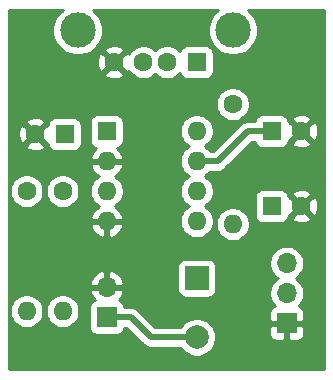
<source format=gbr>
G04 #@! TF.GenerationSoftware,KiCad,Pcbnew,(5.1.5)-3*
G04 #@! TF.CreationDate,2020-05-05T15:59:45-04:00*
G04 #@! TF.ProjectId,FullRangeSpeakerDriver,46756c6c-5261-46e6-9765-537065616b65,rev?*
G04 #@! TF.SameCoordinates,Original*
G04 #@! TF.FileFunction,Copper,L2,Bot*
G04 #@! TF.FilePolarity,Positive*
%FSLAX46Y46*%
G04 Gerber Fmt 4.6, Leading zero omitted, Abs format (unit mm)*
G04 Created by KiCad (PCBNEW (5.1.5)-3) date 2020-05-05 15:59:45*
%MOMM*%
%LPD*%
G04 APERTURE LIST*
%ADD10C,1.600000*%
%ADD11R,1.600000X1.600000*%
%ADD12C,3.000000*%
%ADD13O,1.600000X1.600000*%
%ADD14O,1.700000X1.700000*%
%ADD15R,1.700000X1.700000*%
%ADD16C,2.000000*%
%ADD17R,2.000000X2.000000*%
%ADD18C,0.500000*%
%ADD19C,0.254000*%
G04 APERTURE END LIST*
D10*
X193660000Y-60960000D03*
X196160000Y-60960000D03*
X198160000Y-60960000D03*
D11*
X200660000Y-60960000D03*
D12*
X203730000Y-58250000D03*
X190590000Y-58250000D03*
D13*
X203708000Y-74676000D03*
D10*
X203708000Y-64516000D03*
X209510000Y-73152000D03*
D11*
X207010000Y-73152000D03*
D13*
X189306200Y-82042000D03*
D10*
X189306200Y-71882000D03*
D13*
X200660000Y-66802000D03*
X193040000Y-74422000D03*
X200660000Y-69342000D03*
X193040000Y-71882000D03*
X200660000Y-71882000D03*
X193040000Y-69342000D03*
X200660000Y-74422000D03*
D11*
X193040000Y-66802000D03*
D13*
X186258200Y-82042000D03*
D10*
X186258200Y-71882000D03*
D14*
X193040000Y-80010000D03*
D15*
X193040000Y-82550000D03*
D14*
X208280000Y-77978000D03*
X208280000Y-80518000D03*
D15*
X208280000Y-83058000D03*
D10*
X186984000Y-67056000D03*
D11*
X189484000Y-67056000D03*
D10*
X209510000Y-66802000D03*
D11*
X207010000Y-66802000D03*
D16*
X200660000Y-84248000D03*
D17*
X200660000Y-79248000D03*
D18*
X196770000Y-84248000D02*
X200660000Y-84248000D01*
X193040000Y-82550000D02*
X195072000Y-82550000D01*
X195072000Y-82550000D02*
X196770000Y-84248000D01*
X204978000Y-66802000D02*
X202438000Y-69342000D01*
X207010000Y-66802000D02*
X204978000Y-66802000D01*
X202438000Y-69342000D02*
X200660000Y-69342000D01*
D19*
G36*
X189229017Y-56591637D02*
G01*
X188931637Y-56889017D01*
X188697988Y-57238698D01*
X188537047Y-57627244D01*
X188455000Y-58039721D01*
X188455000Y-58460279D01*
X188537047Y-58872756D01*
X188697988Y-59261302D01*
X188931637Y-59610983D01*
X189229017Y-59908363D01*
X189578698Y-60142012D01*
X189967244Y-60302953D01*
X190379721Y-60385000D01*
X190800279Y-60385000D01*
X191212756Y-60302953D01*
X191601302Y-60142012D01*
X191862780Y-59967298D01*
X192846903Y-59967298D01*
X193660000Y-60780395D01*
X194473097Y-59967298D01*
X194401514Y-59723329D01*
X194146004Y-59602429D01*
X193871816Y-59533700D01*
X193589488Y-59519783D01*
X193309870Y-59561213D01*
X193043708Y-59656397D01*
X192918486Y-59723329D01*
X192846903Y-59967298D01*
X191862780Y-59967298D01*
X191950983Y-59908363D01*
X192248363Y-59610983D01*
X192482012Y-59261302D01*
X192642953Y-58872756D01*
X192725000Y-58460279D01*
X192725000Y-58039721D01*
X192642953Y-57627244D01*
X192482012Y-57238698D01*
X192248363Y-56889017D01*
X191950983Y-56591637D01*
X191873703Y-56540000D01*
X202446297Y-56540000D01*
X202369017Y-56591637D01*
X202071637Y-56889017D01*
X201837988Y-57238698D01*
X201677047Y-57627244D01*
X201595000Y-58039721D01*
X201595000Y-58460279D01*
X201677047Y-58872756D01*
X201837988Y-59261302D01*
X202071637Y-59610983D01*
X202369017Y-59908363D01*
X202718698Y-60142012D01*
X203107244Y-60302953D01*
X203519721Y-60385000D01*
X203940279Y-60385000D01*
X204352756Y-60302953D01*
X204741302Y-60142012D01*
X205090983Y-59908363D01*
X205388363Y-59610983D01*
X205622012Y-59261302D01*
X205782953Y-58872756D01*
X205865000Y-58460279D01*
X205865000Y-58039721D01*
X205782953Y-57627244D01*
X205622012Y-57238698D01*
X205388363Y-56889017D01*
X205090983Y-56591637D01*
X205013703Y-56540000D01*
X211430001Y-56540000D01*
X211430000Y-86970000D01*
X184810000Y-86970000D01*
X184810000Y-81900665D01*
X184823200Y-81900665D01*
X184823200Y-82183335D01*
X184878347Y-82460574D01*
X184986520Y-82721727D01*
X185143563Y-82956759D01*
X185343441Y-83156637D01*
X185578473Y-83313680D01*
X185839626Y-83421853D01*
X186116865Y-83477000D01*
X186399535Y-83477000D01*
X186676774Y-83421853D01*
X186937927Y-83313680D01*
X187172959Y-83156637D01*
X187372837Y-82956759D01*
X187529880Y-82721727D01*
X187638053Y-82460574D01*
X187693200Y-82183335D01*
X187693200Y-81900665D01*
X187871200Y-81900665D01*
X187871200Y-82183335D01*
X187926347Y-82460574D01*
X188034520Y-82721727D01*
X188191563Y-82956759D01*
X188391441Y-83156637D01*
X188626473Y-83313680D01*
X188887626Y-83421853D01*
X189164865Y-83477000D01*
X189447535Y-83477000D01*
X189724774Y-83421853D01*
X189985927Y-83313680D01*
X190220959Y-83156637D01*
X190420837Y-82956759D01*
X190577880Y-82721727D01*
X190686053Y-82460574D01*
X190741200Y-82183335D01*
X190741200Y-81900665D01*
X190701285Y-81700000D01*
X191551928Y-81700000D01*
X191551928Y-83400000D01*
X191564188Y-83524482D01*
X191600498Y-83644180D01*
X191659463Y-83754494D01*
X191738815Y-83851185D01*
X191835506Y-83930537D01*
X191945820Y-83989502D01*
X192065518Y-84025812D01*
X192190000Y-84038072D01*
X193890000Y-84038072D01*
X194014482Y-84025812D01*
X194134180Y-83989502D01*
X194244494Y-83930537D01*
X194341185Y-83851185D01*
X194420537Y-83754494D01*
X194479502Y-83644180D01*
X194515812Y-83524482D01*
X194524625Y-83435000D01*
X194705422Y-83435000D01*
X196113470Y-84843049D01*
X196141183Y-84876817D01*
X196174951Y-84904530D01*
X196174953Y-84904532D01*
X196275941Y-84987411D01*
X196429686Y-85069589D01*
X196596510Y-85120195D01*
X196726523Y-85133000D01*
X196726531Y-85133000D01*
X196770000Y-85137281D01*
X196813469Y-85133000D01*
X199284941Y-85133000D01*
X199390013Y-85290252D01*
X199617748Y-85517987D01*
X199885537Y-85696918D01*
X200183088Y-85820168D01*
X200498967Y-85883000D01*
X200821033Y-85883000D01*
X201136912Y-85820168D01*
X201434463Y-85696918D01*
X201702252Y-85517987D01*
X201929987Y-85290252D01*
X202108918Y-85022463D01*
X202232168Y-84724912D01*
X202295000Y-84409033D01*
X202295000Y-84086967D01*
X202259402Y-83908000D01*
X206791928Y-83908000D01*
X206804188Y-84032482D01*
X206840498Y-84152180D01*
X206899463Y-84262494D01*
X206978815Y-84359185D01*
X207075506Y-84438537D01*
X207185820Y-84497502D01*
X207305518Y-84533812D01*
X207430000Y-84546072D01*
X207994250Y-84543000D01*
X208153000Y-84384250D01*
X208153000Y-83185000D01*
X208407000Y-83185000D01*
X208407000Y-84384250D01*
X208565750Y-84543000D01*
X209130000Y-84546072D01*
X209254482Y-84533812D01*
X209374180Y-84497502D01*
X209484494Y-84438537D01*
X209581185Y-84359185D01*
X209660537Y-84262494D01*
X209719502Y-84152180D01*
X209755812Y-84032482D01*
X209768072Y-83908000D01*
X209765000Y-83343750D01*
X209606250Y-83185000D01*
X208407000Y-83185000D01*
X208153000Y-83185000D01*
X206953750Y-83185000D01*
X206795000Y-83343750D01*
X206791928Y-83908000D01*
X202259402Y-83908000D01*
X202232168Y-83771088D01*
X202108918Y-83473537D01*
X201929987Y-83205748D01*
X201702252Y-82978013D01*
X201434463Y-82799082D01*
X201136912Y-82675832D01*
X200821033Y-82613000D01*
X200498967Y-82613000D01*
X200183088Y-82675832D01*
X199885537Y-82799082D01*
X199617748Y-82978013D01*
X199390013Y-83205748D01*
X199284941Y-83363000D01*
X197136579Y-83363000D01*
X195981579Y-82208000D01*
X206791928Y-82208000D01*
X206795000Y-82772250D01*
X206953750Y-82931000D01*
X208153000Y-82931000D01*
X208153000Y-82911000D01*
X208407000Y-82911000D01*
X208407000Y-82931000D01*
X209606250Y-82931000D01*
X209765000Y-82772250D01*
X209768072Y-82208000D01*
X209755812Y-82083518D01*
X209719502Y-81963820D01*
X209660537Y-81853506D01*
X209581185Y-81756815D01*
X209484494Y-81677463D01*
X209374180Y-81618498D01*
X209301620Y-81596487D01*
X209433475Y-81464632D01*
X209595990Y-81221411D01*
X209707932Y-80951158D01*
X209765000Y-80664260D01*
X209765000Y-80371740D01*
X209707932Y-80084842D01*
X209595990Y-79814589D01*
X209433475Y-79571368D01*
X209226632Y-79364525D01*
X209052240Y-79248000D01*
X209226632Y-79131475D01*
X209433475Y-78924632D01*
X209595990Y-78681411D01*
X209707932Y-78411158D01*
X209765000Y-78124260D01*
X209765000Y-77831740D01*
X209707932Y-77544842D01*
X209595990Y-77274589D01*
X209433475Y-77031368D01*
X209226632Y-76824525D01*
X208983411Y-76662010D01*
X208713158Y-76550068D01*
X208426260Y-76493000D01*
X208133740Y-76493000D01*
X207846842Y-76550068D01*
X207576589Y-76662010D01*
X207333368Y-76824525D01*
X207126525Y-77031368D01*
X206964010Y-77274589D01*
X206852068Y-77544842D01*
X206795000Y-77831740D01*
X206795000Y-78124260D01*
X206852068Y-78411158D01*
X206964010Y-78681411D01*
X207126525Y-78924632D01*
X207333368Y-79131475D01*
X207507760Y-79248000D01*
X207333368Y-79364525D01*
X207126525Y-79571368D01*
X206964010Y-79814589D01*
X206852068Y-80084842D01*
X206795000Y-80371740D01*
X206795000Y-80664260D01*
X206852068Y-80951158D01*
X206964010Y-81221411D01*
X207126525Y-81464632D01*
X207258380Y-81596487D01*
X207185820Y-81618498D01*
X207075506Y-81677463D01*
X206978815Y-81756815D01*
X206899463Y-81853506D01*
X206840498Y-81963820D01*
X206804188Y-82083518D01*
X206791928Y-82208000D01*
X195981579Y-82208000D01*
X195728534Y-81954956D01*
X195700817Y-81921183D01*
X195566059Y-81810589D01*
X195412313Y-81728411D01*
X195245490Y-81677805D01*
X195115477Y-81665000D01*
X195115469Y-81665000D01*
X195072000Y-81660719D01*
X195028531Y-81665000D01*
X194524625Y-81665000D01*
X194515812Y-81575518D01*
X194479502Y-81455820D01*
X194420537Y-81345506D01*
X194341185Y-81248815D01*
X194244494Y-81169463D01*
X194134180Y-81110498D01*
X194053534Y-81086034D01*
X194137588Y-81010269D01*
X194311641Y-80776920D01*
X194436825Y-80514099D01*
X194481476Y-80366890D01*
X194360155Y-80137000D01*
X193167000Y-80137000D01*
X193167000Y-80157000D01*
X192913000Y-80157000D01*
X192913000Y-80137000D01*
X191719845Y-80137000D01*
X191598524Y-80366890D01*
X191643175Y-80514099D01*
X191768359Y-80776920D01*
X191942412Y-81010269D01*
X192026466Y-81086034D01*
X191945820Y-81110498D01*
X191835506Y-81169463D01*
X191738815Y-81248815D01*
X191659463Y-81345506D01*
X191600498Y-81455820D01*
X191564188Y-81575518D01*
X191551928Y-81700000D01*
X190701285Y-81700000D01*
X190686053Y-81623426D01*
X190577880Y-81362273D01*
X190420837Y-81127241D01*
X190220959Y-80927363D01*
X189985927Y-80770320D01*
X189724774Y-80662147D01*
X189447535Y-80607000D01*
X189164865Y-80607000D01*
X188887626Y-80662147D01*
X188626473Y-80770320D01*
X188391441Y-80927363D01*
X188191563Y-81127241D01*
X188034520Y-81362273D01*
X187926347Y-81623426D01*
X187871200Y-81900665D01*
X187693200Y-81900665D01*
X187638053Y-81623426D01*
X187529880Y-81362273D01*
X187372837Y-81127241D01*
X187172959Y-80927363D01*
X186937927Y-80770320D01*
X186676774Y-80662147D01*
X186399535Y-80607000D01*
X186116865Y-80607000D01*
X185839626Y-80662147D01*
X185578473Y-80770320D01*
X185343441Y-80927363D01*
X185143563Y-81127241D01*
X184986520Y-81362273D01*
X184878347Y-81623426D01*
X184823200Y-81900665D01*
X184810000Y-81900665D01*
X184810000Y-79653110D01*
X191598524Y-79653110D01*
X191719845Y-79883000D01*
X192913000Y-79883000D01*
X192913000Y-78689186D01*
X193167000Y-78689186D01*
X193167000Y-79883000D01*
X194360155Y-79883000D01*
X194481476Y-79653110D01*
X194436825Y-79505901D01*
X194311641Y-79243080D01*
X194137588Y-79009731D01*
X193921355Y-78814822D01*
X193671252Y-78665843D01*
X193396891Y-78568519D01*
X193167000Y-78689186D01*
X192913000Y-78689186D01*
X192683109Y-78568519D01*
X192408748Y-78665843D01*
X192158645Y-78814822D01*
X191942412Y-79009731D01*
X191768359Y-79243080D01*
X191643175Y-79505901D01*
X191598524Y-79653110D01*
X184810000Y-79653110D01*
X184810000Y-78248000D01*
X199021928Y-78248000D01*
X199021928Y-80248000D01*
X199034188Y-80372482D01*
X199070498Y-80492180D01*
X199129463Y-80602494D01*
X199208815Y-80699185D01*
X199305506Y-80778537D01*
X199415820Y-80837502D01*
X199535518Y-80873812D01*
X199660000Y-80886072D01*
X201660000Y-80886072D01*
X201784482Y-80873812D01*
X201904180Y-80837502D01*
X202014494Y-80778537D01*
X202111185Y-80699185D01*
X202190537Y-80602494D01*
X202249502Y-80492180D01*
X202285812Y-80372482D01*
X202298072Y-80248000D01*
X202298072Y-78248000D01*
X202285812Y-78123518D01*
X202249502Y-78003820D01*
X202190537Y-77893506D01*
X202111185Y-77796815D01*
X202014494Y-77717463D01*
X201904180Y-77658498D01*
X201784482Y-77622188D01*
X201660000Y-77609928D01*
X199660000Y-77609928D01*
X199535518Y-77622188D01*
X199415820Y-77658498D01*
X199305506Y-77717463D01*
X199208815Y-77796815D01*
X199129463Y-77893506D01*
X199070498Y-78003820D01*
X199034188Y-78123518D01*
X199021928Y-78248000D01*
X184810000Y-78248000D01*
X184810000Y-74771039D01*
X191648096Y-74771039D01*
X191688754Y-74905087D01*
X191808963Y-75159420D01*
X191976481Y-75385414D01*
X192184869Y-75574385D01*
X192426119Y-75719070D01*
X192690960Y-75813909D01*
X192913000Y-75692624D01*
X192913000Y-74549000D01*
X193167000Y-74549000D01*
X193167000Y-75692624D01*
X193389040Y-75813909D01*
X193653881Y-75719070D01*
X193895131Y-75574385D01*
X194103519Y-75385414D01*
X194271037Y-75159420D01*
X194391246Y-74905087D01*
X194431904Y-74771039D01*
X194309915Y-74549000D01*
X193167000Y-74549000D01*
X192913000Y-74549000D01*
X191770085Y-74549000D01*
X191648096Y-74771039D01*
X184810000Y-74771039D01*
X184810000Y-71740665D01*
X184823200Y-71740665D01*
X184823200Y-72023335D01*
X184878347Y-72300574D01*
X184986520Y-72561727D01*
X185143563Y-72796759D01*
X185343441Y-72996637D01*
X185578473Y-73153680D01*
X185839626Y-73261853D01*
X186116865Y-73317000D01*
X186399535Y-73317000D01*
X186676774Y-73261853D01*
X186937927Y-73153680D01*
X187172959Y-72996637D01*
X187372837Y-72796759D01*
X187529880Y-72561727D01*
X187638053Y-72300574D01*
X187693200Y-72023335D01*
X187693200Y-71740665D01*
X187871200Y-71740665D01*
X187871200Y-72023335D01*
X187926347Y-72300574D01*
X188034520Y-72561727D01*
X188191563Y-72796759D01*
X188391441Y-72996637D01*
X188626473Y-73153680D01*
X188887626Y-73261853D01*
X189164865Y-73317000D01*
X189447535Y-73317000D01*
X189724774Y-73261853D01*
X189985927Y-73153680D01*
X190220959Y-72996637D01*
X190420837Y-72796759D01*
X190577880Y-72561727D01*
X190686053Y-72300574D01*
X190741200Y-72023335D01*
X190741200Y-71740665D01*
X191605000Y-71740665D01*
X191605000Y-72023335D01*
X191660147Y-72300574D01*
X191768320Y-72561727D01*
X191925363Y-72796759D01*
X192125241Y-72996637D01*
X192360273Y-73153680D01*
X192370865Y-73158067D01*
X192184869Y-73269615D01*
X191976481Y-73458586D01*
X191808963Y-73684580D01*
X191688754Y-73938913D01*
X191648096Y-74072961D01*
X191770085Y-74295000D01*
X192913000Y-74295000D01*
X192913000Y-74275000D01*
X193167000Y-74275000D01*
X193167000Y-74295000D01*
X194309915Y-74295000D01*
X194431904Y-74072961D01*
X194391246Y-73938913D01*
X194271037Y-73684580D01*
X194103519Y-73458586D01*
X193895131Y-73269615D01*
X193709135Y-73158067D01*
X193719727Y-73153680D01*
X193954759Y-72996637D01*
X194154637Y-72796759D01*
X194311680Y-72561727D01*
X194419853Y-72300574D01*
X194475000Y-72023335D01*
X194475000Y-71740665D01*
X194419853Y-71463426D01*
X194311680Y-71202273D01*
X194154637Y-70967241D01*
X193954759Y-70767363D01*
X193719727Y-70610320D01*
X193709135Y-70605933D01*
X193895131Y-70494385D01*
X194103519Y-70305414D01*
X194271037Y-70079420D01*
X194391246Y-69825087D01*
X194431904Y-69691039D01*
X194309915Y-69469000D01*
X193167000Y-69469000D01*
X193167000Y-69489000D01*
X192913000Y-69489000D01*
X192913000Y-69469000D01*
X191770085Y-69469000D01*
X191648096Y-69691039D01*
X191688754Y-69825087D01*
X191808963Y-70079420D01*
X191976481Y-70305414D01*
X192184869Y-70494385D01*
X192370865Y-70605933D01*
X192360273Y-70610320D01*
X192125241Y-70767363D01*
X191925363Y-70967241D01*
X191768320Y-71202273D01*
X191660147Y-71463426D01*
X191605000Y-71740665D01*
X190741200Y-71740665D01*
X190686053Y-71463426D01*
X190577880Y-71202273D01*
X190420837Y-70967241D01*
X190220959Y-70767363D01*
X189985927Y-70610320D01*
X189724774Y-70502147D01*
X189447535Y-70447000D01*
X189164865Y-70447000D01*
X188887626Y-70502147D01*
X188626473Y-70610320D01*
X188391441Y-70767363D01*
X188191563Y-70967241D01*
X188034520Y-71202273D01*
X187926347Y-71463426D01*
X187871200Y-71740665D01*
X187693200Y-71740665D01*
X187638053Y-71463426D01*
X187529880Y-71202273D01*
X187372837Y-70967241D01*
X187172959Y-70767363D01*
X186937927Y-70610320D01*
X186676774Y-70502147D01*
X186399535Y-70447000D01*
X186116865Y-70447000D01*
X185839626Y-70502147D01*
X185578473Y-70610320D01*
X185343441Y-70767363D01*
X185143563Y-70967241D01*
X184986520Y-71202273D01*
X184878347Y-71463426D01*
X184823200Y-71740665D01*
X184810000Y-71740665D01*
X184810000Y-68048702D01*
X186170903Y-68048702D01*
X186242486Y-68292671D01*
X186497996Y-68413571D01*
X186772184Y-68482300D01*
X187054512Y-68496217D01*
X187334130Y-68454787D01*
X187600292Y-68359603D01*
X187725514Y-68292671D01*
X187797097Y-68048702D01*
X186984000Y-67235605D01*
X186170903Y-68048702D01*
X184810000Y-68048702D01*
X184810000Y-67126512D01*
X185543783Y-67126512D01*
X185585213Y-67406130D01*
X185680397Y-67672292D01*
X185747329Y-67797514D01*
X185991298Y-67869097D01*
X186804395Y-67056000D01*
X187163605Y-67056000D01*
X187976702Y-67869097D01*
X188045928Y-67848785D01*
X188045928Y-67856000D01*
X188058188Y-67980482D01*
X188094498Y-68100180D01*
X188153463Y-68210494D01*
X188232815Y-68307185D01*
X188329506Y-68386537D01*
X188439820Y-68445502D01*
X188559518Y-68481812D01*
X188684000Y-68494072D01*
X190284000Y-68494072D01*
X190408482Y-68481812D01*
X190528180Y-68445502D01*
X190638494Y-68386537D01*
X190735185Y-68307185D01*
X190814537Y-68210494D01*
X190873502Y-68100180D01*
X190909812Y-67980482D01*
X190922072Y-67856000D01*
X190922072Y-66256000D01*
X190909812Y-66131518D01*
X190873502Y-66011820D01*
X190868254Y-66002000D01*
X191601928Y-66002000D01*
X191601928Y-67602000D01*
X191614188Y-67726482D01*
X191650498Y-67846180D01*
X191709463Y-67956494D01*
X191788815Y-68053185D01*
X191885506Y-68132537D01*
X191995820Y-68191502D01*
X192115518Y-68227812D01*
X192140080Y-68230231D01*
X191976481Y-68378586D01*
X191808963Y-68604580D01*
X191688754Y-68858913D01*
X191648096Y-68992961D01*
X191770085Y-69215000D01*
X192913000Y-69215000D01*
X192913000Y-69195000D01*
X193167000Y-69195000D01*
X193167000Y-69215000D01*
X194309915Y-69215000D01*
X194431904Y-68992961D01*
X194391246Y-68858913D01*
X194271037Y-68604580D01*
X194103519Y-68378586D01*
X193939920Y-68230231D01*
X193964482Y-68227812D01*
X194084180Y-68191502D01*
X194194494Y-68132537D01*
X194291185Y-68053185D01*
X194370537Y-67956494D01*
X194429502Y-67846180D01*
X194465812Y-67726482D01*
X194478072Y-67602000D01*
X194478072Y-66660665D01*
X199225000Y-66660665D01*
X199225000Y-66943335D01*
X199280147Y-67220574D01*
X199388320Y-67481727D01*
X199545363Y-67716759D01*
X199745241Y-67916637D01*
X199977759Y-68072000D01*
X199745241Y-68227363D01*
X199545363Y-68427241D01*
X199388320Y-68662273D01*
X199280147Y-68923426D01*
X199225000Y-69200665D01*
X199225000Y-69483335D01*
X199280147Y-69760574D01*
X199388320Y-70021727D01*
X199545363Y-70256759D01*
X199745241Y-70456637D01*
X199977759Y-70612000D01*
X199745241Y-70767363D01*
X199545363Y-70967241D01*
X199388320Y-71202273D01*
X199280147Y-71463426D01*
X199225000Y-71740665D01*
X199225000Y-72023335D01*
X199280147Y-72300574D01*
X199388320Y-72561727D01*
X199545363Y-72796759D01*
X199745241Y-72996637D01*
X199977759Y-73152000D01*
X199745241Y-73307363D01*
X199545363Y-73507241D01*
X199388320Y-73742273D01*
X199280147Y-74003426D01*
X199225000Y-74280665D01*
X199225000Y-74563335D01*
X199280147Y-74840574D01*
X199388320Y-75101727D01*
X199545363Y-75336759D01*
X199745241Y-75536637D01*
X199980273Y-75693680D01*
X200241426Y-75801853D01*
X200518665Y-75857000D01*
X200801335Y-75857000D01*
X201078574Y-75801853D01*
X201339727Y-75693680D01*
X201574759Y-75536637D01*
X201774637Y-75336759D01*
X201931680Y-75101727D01*
X202039853Y-74840574D01*
X202095000Y-74563335D01*
X202095000Y-74534665D01*
X202273000Y-74534665D01*
X202273000Y-74817335D01*
X202328147Y-75094574D01*
X202436320Y-75355727D01*
X202593363Y-75590759D01*
X202793241Y-75790637D01*
X203028273Y-75947680D01*
X203289426Y-76055853D01*
X203566665Y-76111000D01*
X203849335Y-76111000D01*
X204126574Y-76055853D01*
X204387727Y-75947680D01*
X204622759Y-75790637D01*
X204822637Y-75590759D01*
X204979680Y-75355727D01*
X205087853Y-75094574D01*
X205143000Y-74817335D01*
X205143000Y-74534665D01*
X205087853Y-74257426D01*
X204979680Y-73996273D01*
X204822637Y-73761241D01*
X204622759Y-73561363D01*
X204387727Y-73404320D01*
X204126574Y-73296147D01*
X203849335Y-73241000D01*
X203566665Y-73241000D01*
X203289426Y-73296147D01*
X203028273Y-73404320D01*
X202793241Y-73561363D01*
X202593363Y-73761241D01*
X202436320Y-73996273D01*
X202328147Y-74257426D01*
X202273000Y-74534665D01*
X202095000Y-74534665D01*
X202095000Y-74280665D01*
X202039853Y-74003426D01*
X201931680Y-73742273D01*
X201774637Y-73507241D01*
X201574759Y-73307363D01*
X201342241Y-73152000D01*
X201574759Y-72996637D01*
X201774637Y-72796759D01*
X201931680Y-72561727D01*
X202018551Y-72352000D01*
X205571928Y-72352000D01*
X205571928Y-73952000D01*
X205584188Y-74076482D01*
X205620498Y-74196180D01*
X205679463Y-74306494D01*
X205758815Y-74403185D01*
X205855506Y-74482537D01*
X205965820Y-74541502D01*
X206085518Y-74577812D01*
X206210000Y-74590072D01*
X207810000Y-74590072D01*
X207934482Y-74577812D01*
X208054180Y-74541502D01*
X208164494Y-74482537D01*
X208261185Y-74403185D01*
X208340537Y-74306494D01*
X208399502Y-74196180D01*
X208415117Y-74144702D01*
X208696903Y-74144702D01*
X208768486Y-74388671D01*
X209023996Y-74509571D01*
X209298184Y-74578300D01*
X209580512Y-74592217D01*
X209860130Y-74550787D01*
X210126292Y-74455603D01*
X210251514Y-74388671D01*
X210323097Y-74144702D01*
X209510000Y-73331605D01*
X208696903Y-74144702D01*
X208415117Y-74144702D01*
X208435812Y-74076482D01*
X208448072Y-73952000D01*
X208448072Y-73944785D01*
X208517298Y-73965097D01*
X209330395Y-73152000D01*
X209689605Y-73152000D01*
X210502702Y-73965097D01*
X210746671Y-73893514D01*
X210867571Y-73638004D01*
X210936300Y-73363816D01*
X210950217Y-73081488D01*
X210908787Y-72801870D01*
X210813603Y-72535708D01*
X210746671Y-72410486D01*
X210502702Y-72338903D01*
X209689605Y-73152000D01*
X209330395Y-73152000D01*
X208517298Y-72338903D01*
X208448072Y-72359215D01*
X208448072Y-72352000D01*
X208435812Y-72227518D01*
X208415118Y-72159298D01*
X208696903Y-72159298D01*
X209510000Y-72972395D01*
X210323097Y-72159298D01*
X210251514Y-71915329D01*
X209996004Y-71794429D01*
X209721816Y-71725700D01*
X209439488Y-71711783D01*
X209159870Y-71753213D01*
X208893708Y-71848397D01*
X208768486Y-71915329D01*
X208696903Y-72159298D01*
X208415118Y-72159298D01*
X208399502Y-72107820D01*
X208340537Y-71997506D01*
X208261185Y-71900815D01*
X208164494Y-71821463D01*
X208054180Y-71762498D01*
X207934482Y-71726188D01*
X207810000Y-71713928D01*
X206210000Y-71713928D01*
X206085518Y-71726188D01*
X205965820Y-71762498D01*
X205855506Y-71821463D01*
X205758815Y-71900815D01*
X205679463Y-71997506D01*
X205620498Y-72107820D01*
X205584188Y-72227518D01*
X205571928Y-72352000D01*
X202018551Y-72352000D01*
X202039853Y-72300574D01*
X202095000Y-72023335D01*
X202095000Y-71740665D01*
X202039853Y-71463426D01*
X201931680Y-71202273D01*
X201774637Y-70967241D01*
X201574759Y-70767363D01*
X201342241Y-70612000D01*
X201574759Y-70456637D01*
X201774637Y-70256759D01*
X201794521Y-70227000D01*
X202394531Y-70227000D01*
X202438000Y-70231281D01*
X202481469Y-70227000D01*
X202481477Y-70227000D01*
X202611490Y-70214195D01*
X202778313Y-70163589D01*
X202932059Y-70081411D01*
X203066817Y-69970817D01*
X203094534Y-69937044D01*
X205344579Y-67687000D01*
X205580299Y-67687000D01*
X205584188Y-67726482D01*
X205620498Y-67846180D01*
X205679463Y-67956494D01*
X205758815Y-68053185D01*
X205855506Y-68132537D01*
X205965820Y-68191502D01*
X206085518Y-68227812D01*
X206210000Y-68240072D01*
X207810000Y-68240072D01*
X207934482Y-68227812D01*
X208054180Y-68191502D01*
X208164494Y-68132537D01*
X208261185Y-68053185D01*
X208340537Y-67956494D01*
X208399502Y-67846180D01*
X208415117Y-67794702D01*
X208696903Y-67794702D01*
X208768486Y-68038671D01*
X209023996Y-68159571D01*
X209298184Y-68228300D01*
X209580512Y-68242217D01*
X209860130Y-68200787D01*
X210126292Y-68105603D01*
X210251514Y-68038671D01*
X210323097Y-67794702D01*
X209510000Y-66981605D01*
X208696903Y-67794702D01*
X208415117Y-67794702D01*
X208435812Y-67726482D01*
X208448072Y-67602000D01*
X208448072Y-67594785D01*
X208517298Y-67615097D01*
X209330395Y-66802000D01*
X209689605Y-66802000D01*
X210502702Y-67615097D01*
X210746671Y-67543514D01*
X210867571Y-67288004D01*
X210936300Y-67013816D01*
X210950217Y-66731488D01*
X210908787Y-66451870D01*
X210813603Y-66185708D01*
X210746671Y-66060486D01*
X210502702Y-65988903D01*
X209689605Y-66802000D01*
X209330395Y-66802000D01*
X208517298Y-65988903D01*
X208448072Y-66009215D01*
X208448072Y-66002000D01*
X208435812Y-65877518D01*
X208415118Y-65809298D01*
X208696903Y-65809298D01*
X209510000Y-66622395D01*
X210323097Y-65809298D01*
X210251514Y-65565329D01*
X209996004Y-65444429D01*
X209721816Y-65375700D01*
X209439488Y-65361783D01*
X209159870Y-65403213D01*
X208893708Y-65498397D01*
X208768486Y-65565329D01*
X208696903Y-65809298D01*
X208415118Y-65809298D01*
X208399502Y-65757820D01*
X208340537Y-65647506D01*
X208261185Y-65550815D01*
X208164494Y-65471463D01*
X208054180Y-65412498D01*
X207934482Y-65376188D01*
X207810000Y-65363928D01*
X206210000Y-65363928D01*
X206085518Y-65376188D01*
X205965820Y-65412498D01*
X205855506Y-65471463D01*
X205758815Y-65550815D01*
X205679463Y-65647506D01*
X205620498Y-65757820D01*
X205584188Y-65877518D01*
X205580299Y-65917000D01*
X205021465Y-65917000D01*
X204977999Y-65912719D01*
X204934533Y-65917000D01*
X204934523Y-65917000D01*
X204804510Y-65929805D01*
X204637687Y-65980411D01*
X204483941Y-66062589D01*
X204483939Y-66062590D01*
X204483940Y-66062590D01*
X204382953Y-66145468D01*
X204382951Y-66145470D01*
X204349183Y-66173183D01*
X204321470Y-66206951D01*
X202071422Y-68457000D01*
X201794521Y-68457000D01*
X201774637Y-68427241D01*
X201574759Y-68227363D01*
X201342241Y-68072000D01*
X201574759Y-67916637D01*
X201774637Y-67716759D01*
X201931680Y-67481727D01*
X202039853Y-67220574D01*
X202095000Y-66943335D01*
X202095000Y-66660665D01*
X202039853Y-66383426D01*
X201931680Y-66122273D01*
X201774637Y-65887241D01*
X201574759Y-65687363D01*
X201339727Y-65530320D01*
X201078574Y-65422147D01*
X200801335Y-65367000D01*
X200518665Y-65367000D01*
X200241426Y-65422147D01*
X199980273Y-65530320D01*
X199745241Y-65687363D01*
X199545363Y-65887241D01*
X199388320Y-66122273D01*
X199280147Y-66383426D01*
X199225000Y-66660665D01*
X194478072Y-66660665D01*
X194478072Y-66002000D01*
X194465812Y-65877518D01*
X194429502Y-65757820D01*
X194370537Y-65647506D01*
X194291185Y-65550815D01*
X194194494Y-65471463D01*
X194084180Y-65412498D01*
X193964482Y-65376188D01*
X193840000Y-65363928D01*
X192240000Y-65363928D01*
X192115518Y-65376188D01*
X191995820Y-65412498D01*
X191885506Y-65471463D01*
X191788815Y-65550815D01*
X191709463Y-65647506D01*
X191650498Y-65757820D01*
X191614188Y-65877518D01*
X191601928Y-66002000D01*
X190868254Y-66002000D01*
X190814537Y-65901506D01*
X190735185Y-65804815D01*
X190638494Y-65725463D01*
X190528180Y-65666498D01*
X190408482Y-65630188D01*
X190284000Y-65617928D01*
X188684000Y-65617928D01*
X188559518Y-65630188D01*
X188439820Y-65666498D01*
X188329506Y-65725463D01*
X188232815Y-65804815D01*
X188153463Y-65901506D01*
X188094498Y-66011820D01*
X188058188Y-66131518D01*
X188045928Y-66256000D01*
X188045928Y-66263215D01*
X187976702Y-66242903D01*
X187163605Y-67056000D01*
X186804395Y-67056000D01*
X185991298Y-66242903D01*
X185747329Y-66314486D01*
X185626429Y-66569996D01*
X185557700Y-66844184D01*
X185543783Y-67126512D01*
X184810000Y-67126512D01*
X184810000Y-66063298D01*
X186170903Y-66063298D01*
X186984000Y-66876395D01*
X187797097Y-66063298D01*
X187725514Y-65819329D01*
X187470004Y-65698429D01*
X187195816Y-65629700D01*
X186913488Y-65615783D01*
X186633870Y-65657213D01*
X186367708Y-65752397D01*
X186242486Y-65819329D01*
X186170903Y-66063298D01*
X184810000Y-66063298D01*
X184810000Y-64374665D01*
X202273000Y-64374665D01*
X202273000Y-64657335D01*
X202328147Y-64934574D01*
X202436320Y-65195727D01*
X202593363Y-65430759D01*
X202793241Y-65630637D01*
X203028273Y-65787680D01*
X203289426Y-65895853D01*
X203566665Y-65951000D01*
X203849335Y-65951000D01*
X204126574Y-65895853D01*
X204387727Y-65787680D01*
X204622759Y-65630637D01*
X204822637Y-65430759D01*
X204979680Y-65195727D01*
X205087853Y-64934574D01*
X205143000Y-64657335D01*
X205143000Y-64374665D01*
X205087853Y-64097426D01*
X204979680Y-63836273D01*
X204822637Y-63601241D01*
X204622759Y-63401363D01*
X204387727Y-63244320D01*
X204126574Y-63136147D01*
X203849335Y-63081000D01*
X203566665Y-63081000D01*
X203289426Y-63136147D01*
X203028273Y-63244320D01*
X202793241Y-63401363D01*
X202593363Y-63601241D01*
X202436320Y-63836273D01*
X202328147Y-64097426D01*
X202273000Y-64374665D01*
X184810000Y-64374665D01*
X184810000Y-61952702D01*
X192846903Y-61952702D01*
X192918486Y-62196671D01*
X193173996Y-62317571D01*
X193448184Y-62386300D01*
X193730512Y-62400217D01*
X194010130Y-62358787D01*
X194276292Y-62263603D01*
X194401514Y-62196671D01*
X194473097Y-61952702D01*
X193660000Y-61139605D01*
X192846903Y-61952702D01*
X184810000Y-61952702D01*
X184810000Y-61030512D01*
X192219783Y-61030512D01*
X192261213Y-61310130D01*
X192356397Y-61576292D01*
X192423329Y-61701514D01*
X192667298Y-61773097D01*
X193480395Y-60960000D01*
X193839605Y-60960000D01*
X194652702Y-61773097D01*
X194896671Y-61701514D01*
X194910324Y-61672659D01*
X195045363Y-61874759D01*
X195245241Y-62074637D01*
X195480273Y-62231680D01*
X195741426Y-62339853D01*
X196018665Y-62395000D01*
X196301335Y-62395000D01*
X196578574Y-62339853D01*
X196839727Y-62231680D01*
X197074759Y-62074637D01*
X197160000Y-61989396D01*
X197245241Y-62074637D01*
X197480273Y-62231680D01*
X197741426Y-62339853D01*
X198018665Y-62395000D01*
X198301335Y-62395000D01*
X198578574Y-62339853D01*
X198839727Y-62231680D01*
X199074759Y-62074637D01*
X199241339Y-61908057D01*
X199270498Y-62004180D01*
X199329463Y-62114494D01*
X199408815Y-62211185D01*
X199505506Y-62290537D01*
X199615820Y-62349502D01*
X199735518Y-62385812D01*
X199860000Y-62398072D01*
X201460000Y-62398072D01*
X201584482Y-62385812D01*
X201704180Y-62349502D01*
X201814494Y-62290537D01*
X201911185Y-62211185D01*
X201990537Y-62114494D01*
X202049502Y-62004180D01*
X202085812Y-61884482D01*
X202098072Y-61760000D01*
X202098072Y-60160000D01*
X202085812Y-60035518D01*
X202049502Y-59915820D01*
X201990537Y-59805506D01*
X201911185Y-59708815D01*
X201814494Y-59629463D01*
X201704180Y-59570498D01*
X201584482Y-59534188D01*
X201460000Y-59521928D01*
X199860000Y-59521928D01*
X199735518Y-59534188D01*
X199615820Y-59570498D01*
X199505506Y-59629463D01*
X199408815Y-59708815D01*
X199329463Y-59805506D01*
X199270498Y-59915820D01*
X199241339Y-60011943D01*
X199074759Y-59845363D01*
X198839727Y-59688320D01*
X198578574Y-59580147D01*
X198301335Y-59525000D01*
X198018665Y-59525000D01*
X197741426Y-59580147D01*
X197480273Y-59688320D01*
X197245241Y-59845363D01*
X197160000Y-59930604D01*
X197074759Y-59845363D01*
X196839727Y-59688320D01*
X196578574Y-59580147D01*
X196301335Y-59525000D01*
X196018665Y-59525000D01*
X195741426Y-59580147D01*
X195480273Y-59688320D01*
X195245241Y-59845363D01*
X195045363Y-60045241D01*
X194911308Y-60245869D01*
X194896671Y-60218486D01*
X194652702Y-60146903D01*
X193839605Y-60960000D01*
X193480395Y-60960000D01*
X192667298Y-60146903D01*
X192423329Y-60218486D01*
X192302429Y-60473996D01*
X192233700Y-60748184D01*
X192219783Y-61030512D01*
X184810000Y-61030512D01*
X184810000Y-56540000D01*
X189306297Y-56540000D01*
X189229017Y-56591637D01*
G37*
X189229017Y-56591637D02*
X188931637Y-56889017D01*
X188697988Y-57238698D01*
X188537047Y-57627244D01*
X188455000Y-58039721D01*
X188455000Y-58460279D01*
X188537047Y-58872756D01*
X188697988Y-59261302D01*
X188931637Y-59610983D01*
X189229017Y-59908363D01*
X189578698Y-60142012D01*
X189967244Y-60302953D01*
X190379721Y-60385000D01*
X190800279Y-60385000D01*
X191212756Y-60302953D01*
X191601302Y-60142012D01*
X191862780Y-59967298D01*
X192846903Y-59967298D01*
X193660000Y-60780395D01*
X194473097Y-59967298D01*
X194401514Y-59723329D01*
X194146004Y-59602429D01*
X193871816Y-59533700D01*
X193589488Y-59519783D01*
X193309870Y-59561213D01*
X193043708Y-59656397D01*
X192918486Y-59723329D01*
X192846903Y-59967298D01*
X191862780Y-59967298D01*
X191950983Y-59908363D01*
X192248363Y-59610983D01*
X192482012Y-59261302D01*
X192642953Y-58872756D01*
X192725000Y-58460279D01*
X192725000Y-58039721D01*
X192642953Y-57627244D01*
X192482012Y-57238698D01*
X192248363Y-56889017D01*
X191950983Y-56591637D01*
X191873703Y-56540000D01*
X202446297Y-56540000D01*
X202369017Y-56591637D01*
X202071637Y-56889017D01*
X201837988Y-57238698D01*
X201677047Y-57627244D01*
X201595000Y-58039721D01*
X201595000Y-58460279D01*
X201677047Y-58872756D01*
X201837988Y-59261302D01*
X202071637Y-59610983D01*
X202369017Y-59908363D01*
X202718698Y-60142012D01*
X203107244Y-60302953D01*
X203519721Y-60385000D01*
X203940279Y-60385000D01*
X204352756Y-60302953D01*
X204741302Y-60142012D01*
X205090983Y-59908363D01*
X205388363Y-59610983D01*
X205622012Y-59261302D01*
X205782953Y-58872756D01*
X205865000Y-58460279D01*
X205865000Y-58039721D01*
X205782953Y-57627244D01*
X205622012Y-57238698D01*
X205388363Y-56889017D01*
X205090983Y-56591637D01*
X205013703Y-56540000D01*
X211430001Y-56540000D01*
X211430000Y-86970000D01*
X184810000Y-86970000D01*
X184810000Y-81900665D01*
X184823200Y-81900665D01*
X184823200Y-82183335D01*
X184878347Y-82460574D01*
X184986520Y-82721727D01*
X185143563Y-82956759D01*
X185343441Y-83156637D01*
X185578473Y-83313680D01*
X185839626Y-83421853D01*
X186116865Y-83477000D01*
X186399535Y-83477000D01*
X186676774Y-83421853D01*
X186937927Y-83313680D01*
X187172959Y-83156637D01*
X187372837Y-82956759D01*
X187529880Y-82721727D01*
X187638053Y-82460574D01*
X187693200Y-82183335D01*
X187693200Y-81900665D01*
X187871200Y-81900665D01*
X187871200Y-82183335D01*
X187926347Y-82460574D01*
X188034520Y-82721727D01*
X188191563Y-82956759D01*
X188391441Y-83156637D01*
X188626473Y-83313680D01*
X188887626Y-83421853D01*
X189164865Y-83477000D01*
X189447535Y-83477000D01*
X189724774Y-83421853D01*
X189985927Y-83313680D01*
X190220959Y-83156637D01*
X190420837Y-82956759D01*
X190577880Y-82721727D01*
X190686053Y-82460574D01*
X190741200Y-82183335D01*
X190741200Y-81900665D01*
X190701285Y-81700000D01*
X191551928Y-81700000D01*
X191551928Y-83400000D01*
X191564188Y-83524482D01*
X191600498Y-83644180D01*
X191659463Y-83754494D01*
X191738815Y-83851185D01*
X191835506Y-83930537D01*
X191945820Y-83989502D01*
X192065518Y-84025812D01*
X192190000Y-84038072D01*
X193890000Y-84038072D01*
X194014482Y-84025812D01*
X194134180Y-83989502D01*
X194244494Y-83930537D01*
X194341185Y-83851185D01*
X194420537Y-83754494D01*
X194479502Y-83644180D01*
X194515812Y-83524482D01*
X194524625Y-83435000D01*
X194705422Y-83435000D01*
X196113470Y-84843049D01*
X196141183Y-84876817D01*
X196174951Y-84904530D01*
X196174953Y-84904532D01*
X196275941Y-84987411D01*
X196429686Y-85069589D01*
X196596510Y-85120195D01*
X196726523Y-85133000D01*
X196726531Y-85133000D01*
X196770000Y-85137281D01*
X196813469Y-85133000D01*
X199284941Y-85133000D01*
X199390013Y-85290252D01*
X199617748Y-85517987D01*
X199885537Y-85696918D01*
X200183088Y-85820168D01*
X200498967Y-85883000D01*
X200821033Y-85883000D01*
X201136912Y-85820168D01*
X201434463Y-85696918D01*
X201702252Y-85517987D01*
X201929987Y-85290252D01*
X202108918Y-85022463D01*
X202232168Y-84724912D01*
X202295000Y-84409033D01*
X202295000Y-84086967D01*
X202259402Y-83908000D01*
X206791928Y-83908000D01*
X206804188Y-84032482D01*
X206840498Y-84152180D01*
X206899463Y-84262494D01*
X206978815Y-84359185D01*
X207075506Y-84438537D01*
X207185820Y-84497502D01*
X207305518Y-84533812D01*
X207430000Y-84546072D01*
X207994250Y-84543000D01*
X208153000Y-84384250D01*
X208153000Y-83185000D01*
X208407000Y-83185000D01*
X208407000Y-84384250D01*
X208565750Y-84543000D01*
X209130000Y-84546072D01*
X209254482Y-84533812D01*
X209374180Y-84497502D01*
X209484494Y-84438537D01*
X209581185Y-84359185D01*
X209660537Y-84262494D01*
X209719502Y-84152180D01*
X209755812Y-84032482D01*
X209768072Y-83908000D01*
X209765000Y-83343750D01*
X209606250Y-83185000D01*
X208407000Y-83185000D01*
X208153000Y-83185000D01*
X206953750Y-83185000D01*
X206795000Y-83343750D01*
X206791928Y-83908000D01*
X202259402Y-83908000D01*
X202232168Y-83771088D01*
X202108918Y-83473537D01*
X201929987Y-83205748D01*
X201702252Y-82978013D01*
X201434463Y-82799082D01*
X201136912Y-82675832D01*
X200821033Y-82613000D01*
X200498967Y-82613000D01*
X200183088Y-82675832D01*
X199885537Y-82799082D01*
X199617748Y-82978013D01*
X199390013Y-83205748D01*
X199284941Y-83363000D01*
X197136579Y-83363000D01*
X195981579Y-82208000D01*
X206791928Y-82208000D01*
X206795000Y-82772250D01*
X206953750Y-82931000D01*
X208153000Y-82931000D01*
X208153000Y-82911000D01*
X208407000Y-82911000D01*
X208407000Y-82931000D01*
X209606250Y-82931000D01*
X209765000Y-82772250D01*
X209768072Y-82208000D01*
X209755812Y-82083518D01*
X209719502Y-81963820D01*
X209660537Y-81853506D01*
X209581185Y-81756815D01*
X209484494Y-81677463D01*
X209374180Y-81618498D01*
X209301620Y-81596487D01*
X209433475Y-81464632D01*
X209595990Y-81221411D01*
X209707932Y-80951158D01*
X209765000Y-80664260D01*
X209765000Y-80371740D01*
X209707932Y-80084842D01*
X209595990Y-79814589D01*
X209433475Y-79571368D01*
X209226632Y-79364525D01*
X209052240Y-79248000D01*
X209226632Y-79131475D01*
X209433475Y-78924632D01*
X209595990Y-78681411D01*
X209707932Y-78411158D01*
X209765000Y-78124260D01*
X209765000Y-77831740D01*
X209707932Y-77544842D01*
X209595990Y-77274589D01*
X209433475Y-77031368D01*
X209226632Y-76824525D01*
X208983411Y-76662010D01*
X208713158Y-76550068D01*
X208426260Y-76493000D01*
X208133740Y-76493000D01*
X207846842Y-76550068D01*
X207576589Y-76662010D01*
X207333368Y-76824525D01*
X207126525Y-77031368D01*
X206964010Y-77274589D01*
X206852068Y-77544842D01*
X206795000Y-77831740D01*
X206795000Y-78124260D01*
X206852068Y-78411158D01*
X206964010Y-78681411D01*
X207126525Y-78924632D01*
X207333368Y-79131475D01*
X207507760Y-79248000D01*
X207333368Y-79364525D01*
X207126525Y-79571368D01*
X206964010Y-79814589D01*
X206852068Y-80084842D01*
X206795000Y-80371740D01*
X206795000Y-80664260D01*
X206852068Y-80951158D01*
X206964010Y-81221411D01*
X207126525Y-81464632D01*
X207258380Y-81596487D01*
X207185820Y-81618498D01*
X207075506Y-81677463D01*
X206978815Y-81756815D01*
X206899463Y-81853506D01*
X206840498Y-81963820D01*
X206804188Y-82083518D01*
X206791928Y-82208000D01*
X195981579Y-82208000D01*
X195728534Y-81954956D01*
X195700817Y-81921183D01*
X195566059Y-81810589D01*
X195412313Y-81728411D01*
X195245490Y-81677805D01*
X195115477Y-81665000D01*
X195115469Y-81665000D01*
X195072000Y-81660719D01*
X195028531Y-81665000D01*
X194524625Y-81665000D01*
X194515812Y-81575518D01*
X194479502Y-81455820D01*
X194420537Y-81345506D01*
X194341185Y-81248815D01*
X194244494Y-81169463D01*
X194134180Y-81110498D01*
X194053534Y-81086034D01*
X194137588Y-81010269D01*
X194311641Y-80776920D01*
X194436825Y-80514099D01*
X194481476Y-80366890D01*
X194360155Y-80137000D01*
X193167000Y-80137000D01*
X193167000Y-80157000D01*
X192913000Y-80157000D01*
X192913000Y-80137000D01*
X191719845Y-80137000D01*
X191598524Y-80366890D01*
X191643175Y-80514099D01*
X191768359Y-80776920D01*
X191942412Y-81010269D01*
X192026466Y-81086034D01*
X191945820Y-81110498D01*
X191835506Y-81169463D01*
X191738815Y-81248815D01*
X191659463Y-81345506D01*
X191600498Y-81455820D01*
X191564188Y-81575518D01*
X191551928Y-81700000D01*
X190701285Y-81700000D01*
X190686053Y-81623426D01*
X190577880Y-81362273D01*
X190420837Y-81127241D01*
X190220959Y-80927363D01*
X189985927Y-80770320D01*
X189724774Y-80662147D01*
X189447535Y-80607000D01*
X189164865Y-80607000D01*
X188887626Y-80662147D01*
X188626473Y-80770320D01*
X188391441Y-80927363D01*
X188191563Y-81127241D01*
X188034520Y-81362273D01*
X187926347Y-81623426D01*
X187871200Y-81900665D01*
X187693200Y-81900665D01*
X187638053Y-81623426D01*
X187529880Y-81362273D01*
X187372837Y-81127241D01*
X187172959Y-80927363D01*
X186937927Y-80770320D01*
X186676774Y-80662147D01*
X186399535Y-80607000D01*
X186116865Y-80607000D01*
X185839626Y-80662147D01*
X185578473Y-80770320D01*
X185343441Y-80927363D01*
X185143563Y-81127241D01*
X184986520Y-81362273D01*
X184878347Y-81623426D01*
X184823200Y-81900665D01*
X184810000Y-81900665D01*
X184810000Y-79653110D01*
X191598524Y-79653110D01*
X191719845Y-79883000D01*
X192913000Y-79883000D01*
X192913000Y-78689186D01*
X193167000Y-78689186D01*
X193167000Y-79883000D01*
X194360155Y-79883000D01*
X194481476Y-79653110D01*
X194436825Y-79505901D01*
X194311641Y-79243080D01*
X194137588Y-79009731D01*
X193921355Y-78814822D01*
X193671252Y-78665843D01*
X193396891Y-78568519D01*
X193167000Y-78689186D01*
X192913000Y-78689186D01*
X192683109Y-78568519D01*
X192408748Y-78665843D01*
X192158645Y-78814822D01*
X191942412Y-79009731D01*
X191768359Y-79243080D01*
X191643175Y-79505901D01*
X191598524Y-79653110D01*
X184810000Y-79653110D01*
X184810000Y-78248000D01*
X199021928Y-78248000D01*
X199021928Y-80248000D01*
X199034188Y-80372482D01*
X199070498Y-80492180D01*
X199129463Y-80602494D01*
X199208815Y-80699185D01*
X199305506Y-80778537D01*
X199415820Y-80837502D01*
X199535518Y-80873812D01*
X199660000Y-80886072D01*
X201660000Y-80886072D01*
X201784482Y-80873812D01*
X201904180Y-80837502D01*
X202014494Y-80778537D01*
X202111185Y-80699185D01*
X202190537Y-80602494D01*
X202249502Y-80492180D01*
X202285812Y-80372482D01*
X202298072Y-80248000D01*
X202298072Y-78248000D01*
X202285812Y-78123518D01*
X202249502Y-78003820D01*
X202190537Y-77893506D01*
X202111185Y-77796815D01*
X202014494Y-77717463D01*
X201904180Y-77658498D01*
X201784482Y-77622188D01*
X201660000Y-77609928D01*
X199660000Y-77609928D01*
X199535518Y-77622188D01*
X199415820Y-77658498D01*
X199305506Y-77717463D01*
X199208815Y-77796815D01*
X199129463Y-77893506D01*
X199070498Y-78003820D01*
X199034188Y-78123518D01*
X199021928Y-78248000D01*
X184810000Y-78248000D01*
X184810000Y-74771039D01*
X191648096Y-74771039D01*
X191688754Y-74905087D01*
X191808963Y-75159420D01*
X191976481Y-75385414D01*
X192184869Y-75574385D01*
X192426119Y-75719070D01*
X192690960Y-75813909D01*
X192913000Y-75692624D01*
X192913000Y-74549000D01*
X193167000Y-74549000D01*
X193167000Y-75692624D01*
X193389040Y-75813909D01*
X193653881Y-75719070D01*
X193895131Y-75574385D01*
X194103519Y-75385414D01*
X194271037Y-75159420D01*
X194391246Y-74905087D01*
X194431904Y-74771039D01*
X194309915Y-74549000D01*
X193167000Y-74549000D01*
X192913000Y-74549000D01*
X191770085Y-74549000D01*
X191648096Y-74771039D01*
X184810000Y-74771039D01*
X184810000Y-71740665D01*
X184823200Y-71740665D01*
X184823200Y-72023335D01*
X184878347Y-72300574D01*
X184986520Y-72561727D01*
X185143563Y-72796759D01*
X185343441Y-72996637D01*
X185578473Y-73153680D01*
X185839626Y-73261853D01*
X186116865Y-73317000D01*
X186399535Y-73317000D01*
X186676774Y-73261853D01*
X186937927Y-73153680D01*
X187172959Y-72996637D01*
X187372837Y-72796759D01*
X187529880Y-72561727D01*
X187638053Y-72300574D01*
X187693200Y-72023335D01*
X187693200Y-71740665D01*
X187871200Y-71740665D01*
X187871200Y-72023335D01*
X187926347Y-72300574D01*
X188034520Y-72561727D01*
X188191563Y-72796759D01*
X188391441Y-72996637D01*
X188626473Y-73153680D01*
X188887626Y-73261853D01*
X189164865Y-73317000D01*
X189447535Y-73317000D01*
X189724774Y-73261853D01*
X189985927Y-73153680D01*
X190220959Y-72996637D01*
X190420837Y-72796759D01*
X190577880Y-72561727D01*
X190686053Y-72300574D01*
X190741200Y-72023335D01*
X190741200Y-71740665D01*
X191605000Y-71740665D01*
X191605000Y-72023335D01*
X191660147Y-72300574D01*
X191768320Y-72561727D01*
X191925363Y-72796759D01*
X192125241Y-72996637D01*
X192360273Y-73153680D01*
X192370865Y-73158067D01*
X192184869Y-73269615D01*
X191976481Y-73458586D01*
X191808963Y-73684580D01*
X191688754Y-73938913D01*
X191648096Y-74072961D01*
X191770085Y-74295000D01*
X192913000Y-74295000D01*
X192913000Y-74275000D01*
X193167000Y-74275000D01*
X193167000Y-74295000D01*
X194309915Y-74295000D01*
X194431904Y-74072961D01*
X194391246Y-73938913D01*
X194271037Y-73684580D01*
X194103519Y-73458586D01*
X193895131Y-73269615D01*
X193709135Y-73158067D01*
X193719727Y-73153680D01*
X193954759Y-72996637D01*
X194154637Y-72796759D01*
X194311680Y-72561727D01*
X194419853Y-72300574D01*
X194475000Y-72023335D01*
X194475000Y-71740665D01*
X194419853Y-71463426D01*
X194311680Y-71202273D01*
X194154637Y-70967241D01*
X193954759Y-70767363D01*
X193719727Y-70610320D01*
X193709135Y-70605933D01*
X193895131Y-70494385D01*
X194103519Y-70305414D01*
X194271037Y-70079420D01*
X194391246Y-69825087D01*
X194431904Y-69691039D01*
X194309915Y-69469000D01*
X193167000Y-69469000D01*
X193167000Y-69489000D01*
X192913000Y-69489000D01*
X192913000Y-69469000D01*
X191770085Y-69469000D01*
X191648096Y-69691039D01*
X191688754Y-69825087D01*
X191808963Y-70079420D01*
X191976481Y-70305414D01*
X192184869Y-70494385D01*
X192370865Y-70605933D01*
X192360273Y-70610320D01*
X192125241Y-70767363D01*
X191925363Y-70967241D01*
X191768320Y-71202273D01*
X191660147Y-71463426D01*
X191605000Y-71740665D01*
X190741200Y-71740665D01*
X190686053Y-71463426D01*
X190577880Y-71202273D01*
X190420837Y-70967241D01*
X190220959Y-70767363D01*
X189985927Y-70610320D01*
X189724774Y-70502147D01*
X189447535Y-70447000D01*
X189164865Y-70447000D01*
X188887626Y-70502147D01*
X188626473Y-70610320D01*
X188391441Y-70767363D01*
X188191563Y-70967241D01*
X188034520Y-71202273D01*
X187926347Y-71463426D01*
X187871200Y-71740665D01*
X187693200Y-71740665D01*
X187638053Y-71463426D01*
X187529880Y-71202273D01*
X187372837Y-70967241D01*
X187172959Y-70767363D01*
X186937927Y-70610320D01*
X186676774Y-70502147D01*
X186399535Y-70447000D01*
X186116865Y-70447000D01*
X185839626Y-70502147D01*
X185578473Y-70610320D01*
X185343441Y-70767363D01*
X185143563Y-70967241D01*
X184986520Y-71202273D01*
X184878347Y-71463426D01*
X184823200Y-71740665D01*
X184810000Y-71740665D01*
X184810000Y-68048702D01*
X186170903Y-68048702D01*
X186242486Y-68292671D01*
X186497996Y-68413571D01*
X186772184Y-68482300D01*
X187054512Y-68496217D01*
X187334130Y-68454787D01*
X187600292Y-68359603D01*
X187725514Y-68292671D01*
X187797097Y-68048702D01*
X186984000Y-67235605D01*
X186170903Y-68048702D01*
X184810000Y-68048702D01*
X184810000Y-67126512D01*
X185543783Y-67126512D01*
X185585213Y-67406130D01*
X185680397Y-67672292D01*
X185747329Y-67797514D01*
X185991298Y-67869097D01*
X186804395Y-67056000D01*
X187163605Y-67056000D01*
X187976702Y-67869097D01*
X188045928Y-67848785D01*
X188045928Y-67856000D01*
X188058188Y-67980482D01*
X188094498Y-68100180D01*
X188153463Y-68210494D01*
X188232815Y-68307185D01*
X188329506Y-68386537D01*
X188439820Y-68445502D01*
X188559518Y-68481812D01*
X188684000Y-68494072D01*
X190284000Y-68494072D01*
X190408482Y-68481812D01*
X190528180Y-68445502D01*
X190638494Y-68386537D01*
X190735185Y-68307185D01*
X190814537Y-68210494D01*
X190873502Y-68100180D01*
X190909812Y-67980482D01*
X190922072Y-67856000D01*
X190922072Y-66256000D01*
X190909812Y-66131518D01*
X190873502Y-66011820D01*
X190868254Y-66002000D01*
X191601928Y-66002000D01*
X191601928Y-67602000D01*
X191614188Y-67726482D01*
X191650498Y-67846180D01*
X191709463Y-67956494D01*
X191788815Y-68053185D01*
X191885506Y-68132537D01*
X191995820Y-68191502D01*
X192115518Y-68227812D01*
X192140080Y-68230231D01*
X191976481Y-68378586D01*
X191808963Y-68604580D01*
X191688754Y-68858913D01*
X191648096Y-68992961D01*
X191770085Y-69215000D01*
X192913000Y-69215000D01*
X192913000Y-69195000D01*
X193167000Y-69195000D01*
X193167000Y-69215000D01*
X194309915Y-69215000D01*
X194431904Y-68992961D01*
X194391246Y-68858913D01*
X194271037Y-68604580D01*
X194103519Y-68378586D01*
X193939920Y-68230231D01*
X193964482Y-68227812D01*
X194084180Y-68191502D01*
X194194494Y-68132537D01*
X194291185Y-68053185D01*
X194370537Y-67956494D01*
X194429502Y-67846180D01*
X194465812Y-67726482D01*
X194478072Y-67602000D01*
X194478072Y-66660665D01*
X199225000Y-66660665D01*
X199225000Y-66943335D01*
X199280147Y-67220574D01*
X199388320Y-67481727D01*
X199545363Y-67716759D01*
X199745241Y-67916637D01*
X199977759Y-68072000D01*
X199745241Y-68227363D01*
X199545363Y-68427241D01*
X199388320Y-68662273D01*
X199280147Y-68923426D01*
X199225000Y-69200665D01*
X199225000Y-69483335D01*
X199280147Y-69760574D01*
X199388320Y-70021727D01*
X199545363Y-70256759D01*
X199745241Y-70456637D01*
X199977759Y-70612000D01*
X199745241Y-70767363D01*
X199545363Y-70967241D01*
X199388320Y-71202273D01*
X199280147Y-71463426D01*
X199225000Y-71740665D01*
X199225000Y-72023335D01*
X199280147Y-72300574D01*
X199388320Y-72561727D01*
X199545363Y-72796759D01*
X199745241Y-72996637D01*
X199977759Y-73152000D01*
X199745241Y-73307363D01*
X199545363Y-73507241D01*
X199388320Y-73742273D01*
X199280147Y-74003426D01*
X199225000Y-74280665D01*
X199225000Y-74563335D01*
X199280147Y-74840574D01*
X199388320Y-75101727D01*
X199545363Y-75336759D01*
X199745241Y-75536637D01*
X199980273Y-75693680D01*
X200241426Y-75801853D01*
X200518665Y-75857000D01*
X200801335Y-75857000D01*
X201078574Y-75801853D01*
X201339727Y-75693680D01*
X201574759Y-75536637D01*
X201774637Y-75336759D01*
X201931680Y-75101727D01*
X202039853Y-74840574D01*
X202095000Y-74563335D01*
X202095000Y-74534665D01*
X202273000Y-74534665D01*
X202273000Y-74817335D01*
X202328147Y-75094574D01*
X202436320Y-75355727D01*
X202593363Y-75590759D01*
X202793241Y-75790637D01*
X203028273Y-75947680D01*
X203289426Y-76055853D01*
X203566665Y-76111000D01*
X203849335Y-76111000D01*
X204126574Y-76055853D01*
X204387727Y-75947680D01*
X204622759Y-75790637D01*
X204822637Y-75590759D01*
X204979680Y-75355727D01*
X205087853Y-75094574D01*
X205143000Y-74817335D01*
X205143000Y-74534665D01*
X205087853Y-74257426D01*
X204979680Y-73996273D01*
X204822637Y-73761241D01*
X204622759Y-73561363D01*
X204387727Y-73404320D01*
X204126574Y-73296147D01*
X203849335Y-73241000D01*
X203566665Y-73241000D01*
X203289426Y-73296147D01*
X203028273Y-73404320D01*
X202793241Y-73561363D01*
X202593363Y-73761241D01*
X202436320Y-73996273D01*
X202328147Y-74257426D01*
X202273000Y-74534665D01*
X202095000Y-74534665D01*
X202095000Y-74280665D01*
X202039853Y-74003426D01*
X201931680Y-73742273D01*
X201774637Y-73507241D01*
X201574759Y-73307363D01*
X201342241Y-73152000D01*
X201574759Y-72996637D01*
X201774637Y-72796759D01*
X201931680Y-72561727D01*
X202018551Y-72352000D01*
X205571928Y-72352000D01*
X205571928Y-73952000D01*
X205584188Y-74076482D01*
X205620498Y-74196180D01*
X205679463Y-74306494D01*
X205758815Y-74403185D01*
X205855506Y-74482537D01*
X205965820Y-74541502D01*
X206085518Y-74577812D01*
X206210000Y-74590072D01*
X207810000Y-74590072D01*
X207934482Y-74577812D01*
X208054180Y-74541502D01*
X208164494Y-74482537D01*
X208261185Y-74403185D01*
X208340537Y-74306494D01*
X208399502Y-74196180D01*
X208415117Y-74144702D01*
X208696903Y-74144702D01*
X208768486Y-74388671D01*
X209023996Y-74509571D01*
X209298184Y-74578300D01*
X209580512Y-74592217D01*
X209860130Y-74550787D01*
X210126292Y-74455603D01*
X210251514Y-74388671D01*
X210323097Y-74144702D01*
X209510000Y-73331605D01*
X208696903Y-74144702D01*
X208415117Y-74144702D01*
X208435812Y-74076482D01*
X208448072Y-73952000D01*
X208448072Y-73944785D01*
X208517298Y-73965097D01*
X209330395Y-73152000D01*
X209689605Y-73152000D01*
X210502702Y-73965097D01*
X210746671Y-73893514D01*
X210867571Y-73638004D01*
X210936300Y-73363816D01*
X210950217Y-73081488D01*
X210908787Y-72801870D01*
X210813603Y-72535708D01*
X210746671Y-72410486D01*
X210502702Y-72338903D01*
X209689605Y-73152000D01*
X209330395Y-73152000D01*
X208517298Y-72338903D01*
X208448072Y-72359215D01*
X208448072Y-72352000D01*
X208435812Y-72227518D01*
X208415118Y-72159298D01*
X208696903Y-72159298D01*
X209510000Y-72972395D01*
X210323097Y-72159298D01*
X210251514Y-71915329D01*
X209996004Y-71794429D01*
X209721816Y-71725700D01*
X209439488Y-71711783D01*
X209159870Y-71753213D01*
X208893708Y-71848397D01*
X208768486Y-71915329D01*
X208696903Y-72159298D01*
X208415118Y-72159298D01*
X208399502Y-72107820D01*
X208340537Y-71997506D01*
X208261185Y-71900815D01*
X208164494Y-71821463D01*
X208054180Y-71762498D01*
X207934482Y-71726188D01*
X207810000Y-71713928D01*
X206210000Y-71713928D01*
X206085518Y-71726188D01*
X205965820Y-71762498D01*
X205855506Y-71821463D01*
X205758815Y-71900815D01*
X205679463Y-71997506D01*
X205620498Y-72107820D01*
X205584188Y-72227518D01*
X205571928Y-72352000D01*
X202018551Y-72352000D01*
X202039853Y-72300574D01*
X202095000Y-72023335D01*
X202095000Y-71740665D01*
X202039853Y-71463426D01*
X201931680Y-71202273D01*
X201774637Y-70967241D01*
X201574759Y-70767363D01*
X201342241Y-70612000D01*
X201574759Y-70456637D01*
X201774637Y-70256759D01*
X201794521Y-70227000D01*
X202394531Y-70227000D01*
X202438000Y-70231281D01*
X202481469Y-70227000D01*
X202481477Y-70227000D01*
X202611490Y-70214195D01*
X202778313Y-70163589D01*
X202932059Y-70081411D01*
X203066817Y-69970817D01*
X203094534Y-69937044D01*
X205344579Y-67687000D01*
X205580299Y-67687000D01*
X205584188Y-67726482D01*
X205620498Y-67846180D01*
X205679463Y-67956494D01*
X205758815Y-68053185D01*
X205855506Y-68132537D01*
X205965820Y-68191502D01*
X206085518Y-68227812D01*
X206210000Y-68240072D01*
X207810000Y-68240072D01*
X207934482Y-68227812D01*
X208054180Y-68191502D01*
X208164494Y-68132537D01*
X208261185Y-68053185D01*
X208340537Y-67956494D01*
X208399502Y-67846180D01*
X208415117Y-67794702D01*
X208696903Y-67794702D01*
X208768486Y-68038671D01*
X209023996Y-68159571D01*
X209298184Y-68228300D01*
X209580512Y-68242217D01*
X209860130Y-68200787D01*
X210126292Y-68105603D01*
X210251514Y-68038671D01*
X210323097Y-67794702D01*
X209510000Y-66981605D01*
X208696903Y-67794702D01*
X208415117Y-67794702D01*
X208435812Y-67726482D01*
X208448072Y-67602000D01*
X208448072Y-67594785D01*
X208517298Y-67615097D01*
X209330395Y-66802000D01*
X209689605Y-66802000D01*
X210502702Y-67615097D01*
X210746671Y-67543514D01*
X210867571Y-67288004D01*
X210936300Y-67013816D01*
X210950217Y-66731488D01*
X210908787Y-66451870D01*
X210813603Y-66185708D01*
X210746671Y-66060486D01*
X210502702Y-65988903D01*
X209689605Y-66802000D01*
X209330395Y-66802000D01*
X208517298Y-65988903D01*
X208448072Y-66009215D01*
X208448072Y-66002000D01*
X208435812Y-65877518D01*
X208415118Y-65809298D01*
X208696903Y-65809298D01*
X209510000Y-66622395D01*
X210323097Y-65809298D01*
X210251514Y-65565329D01*
X209996004Y-65444429D01*
X209721816Y-65375700D01*
X209439488Y-65361783D01*
X209159870Y-65403213D01*
X208893708Y-65498397D01*
X208768486Y-65565329D01*
X208696903Y-65809298D01*
X208415118Y-65809298D01*
X208399502Y-65757820D01*
X208340537Y-65647506D01*
X208261185Y-65550815D01*
X208164494Y-65471463D01*
X208054180Y-65412498D01*
X207934482Y-65376188D01*
X207810000Y-65363928D01*
X206210000Y-65363928D01*
X206085518Y-65376188D01*
X205965820Y-65412498D01*
X205855506Y-65471463D01*
X205758815Y-65550815D01*
X205679463Y-65647506D01*
X205620498Y-65757820D01*
X205584188Y-65877518D01*
X205580299Y-65917000D01*
X205021465Y-65917000D01*
X204977999Y-65912719D01*
X204934533Y-65917000D01*
X204934523Y-65917000D01*
X204804510Y-65929805D01*
X204637687Y-65980411D01*
X204483941Y-66062589D01*
X204483939Y-66062590D01*
X204483940Y-66062590D01*
X204382953Y-66145468D01*
X204382951Y-66145470D01*
X204349183Y-66173183D01*
X204321470Y-66206951D01*
X202071422Y-68457000D01*
X201794521Y-68457000D01*
X201774637Y-68427241D01*
X201574759Y-68227363D01*
X201342241Y-68072000D01*
X201574759Y-67916637D01*
X201774637Y-67716759D01*
X201931680Y-67481727D01*
X202039853Y-67220574D01*
X202095000Y-66943335D01*
X202095000Y-66660665D01*
X202039853Y-66383426D01*
X201931680Y-66122273D01*
X201774637Y-65887241D01*
X201574759Y-65687363D01*
X201339727Y-65530320D01*
X201078574Y-65422147D01*
X200801335Y-65367000D01*
X200518665Y-65367000D01*
X200241426Y-65422147D01*
X199980273Y-65530320D01*
X199745241Y-65687363D01*
X199545363Y-65887241D01*
X199388320Y-66122273D01*
X199280147Y-66383426D01*
X199225000Y-66660665D01*
X194478072Y-66660665D01*
X194478072Y-66002000D01*
X194465812Y-65877518D01*
X194429502Y-65757820D01*
X194370537Y-65647506D01*
X194291185Y-65550815D01*
X194194494Y-65471463D01*
X194084180Y-65412498D01*
X193964482Y-65376188D01*
X193840000Y-65363928D01*
X192240000Y-65363928D01*
X192115518Y-65376188D01*
X191995820Y-65412498D01*
X191885506Y-65471463D01*
X191788815Y-65550815D01*
X191709463Y-65647506D01*
X191650498Y-65757820D01*
X191614188Y-65877518D01*
X191601928Y-66002000D01*
X190868254Y-66002000D01*
X190814537Y-65901506D01*
X190735185Y-65804815D01*
X190638494Y-65725463D01*
X190528180Y-65666498D01*
X190408482Y-65630188D01*
X190284000Y-65617928D01*
X188684000Y-65617928D01*
X188559518Y-65630188D01*
X188439820Y-65666498D01*
X188329506Y-65725463D01*
X188232815Y-65804815D01*
X188153463Y-65901506D01*
X188094498Y-66011820D01*
X188058188Y-66131518D01*
X188045928Y-66256000D01*
X188045928Y-66263215D01*
X187976702Y-66242903D01*
X187163605Y-67056000D01*
X186804395Y-67056000D01*
X185991298Y-66242903D01*
X185747329Y-66314486D01*
X185626429Y-66569996D01*
X185557700Y-66844184D01*
X185543783Y-67126512D01*
X184810000Y-67126512D01*
X184810000Y-66063298D01*
X186170903Y-66063298D01*
X186984000Y-66876395D01*
X187797097Y-66063298D01*
X187725514Y-65819329D01*
X187470004Y-65698429D01*
X187195816Y-65629700D01*
X186913488Y-65615783D01*
X186633870Y-65657213D01*
X186367708Y-65752397D01*
X186242486Y-65819329D01*
X186170903Y-66063298D01*
X184810000Y-66063298D01*
X184810000Y-64374665D01*
X202273000Y-64374665D01*
X202273000Y-64657335D01*
X202328147Y-64934574D01*
X202436320Y-65195727D01*
X202593363Y-65430759D01*
X202793241Y-65630637D01*
X203028273Y-65787680D01*
X203289426Y-65895853D01*
X203566665Y-65951000D01*
X203849335Y-65951000D01*
X204126574Y-65895853D01*
X204387727Y-65787680D01*
X204622759Y-65630637D01*
X204822637Y-65430759D01*
X204979680Y-65195727D01*
X205087853Y-64934574D01*
X205143000Y-64657335D01*
X205143000Y-64374665D01*
X205087853Y-64097426D01*
X204979680Y-63836273D01*
X204822637Y-63601241D01*
X204622759Y-63401363D01*
X204387727Y-63244320D01*
X204126574Y-63136147D01*
X203849335Y-63081000D01*
X203566665Y-63081000D01*
X203289426Y-63136147D01*
X203028273Y-63244320D01*
X202793241Y-63401363D01*
X202593363Y-63601241D01*
X202436320Y-63836273D01*
X202328147Y-64097426D01*
X202273000Y-64374665D01*
X184810000Y-64374665D01*
X184810000Y-61952702D01*
X192846903Y-61952702D01*
X192918486Y-62196671D01*
X193173996Y-62317571D01*
X193448184Y-62386300D01*
X193730512Y-62400217D01*
X194010130Y-62358787D01*
X194276292Y-62263603D01*
X194401514Y-62196671D01*
X194473097Y-61952702D01*
X193660000Y-61139605D01*
X192846903Y-61952702D01*
X184810000Y-61952702D01*
X184810000Y-61030512D01*
X192219783Y-61030512D01*
X192261213Y-61310130D01*
X192356397Y-61576292D01*
X192423329Y-61701514D01*
X192667298Y-61773097D01*
X193480395Y-60960000D01*
X193839605Y-60960000D01*
X194652702Y-61773097D01*
X194896671Y-61701514D01*
X194910324Y-61672659D01*
X195045363Y-61874759D01*
X195245241Y-62074637D01*
X195480273Y-62231680D01*
X195741426Y-62339853D01*
X196018665Y-62395000D01*
X196301335Y-62395000D01*
X196578574Y-62339853D01*
X196839727Y-62231680D01*
X197074759Y-62074637D01*
X197160000Y-61989396D01*
X197245241Y-62074637D01*
X197480273Y-62231680D01*
X197741426Y-62339853D01*
X198018665Y-62395000D01*
X198301335Y-62395000D01*
X198578574Y-62339853D01*
X198839727Y-62231680D01*
X199074759Y-62074637D01*
X199241339Y-61908057D01*
X199270498Y-62004180D01*
X199329463Y-62114494D01*
X199408815Y-62211185D01*
X199505506Y-62290537D01*
X199615820Y-62349502D01*
X199735518Y-62385812D01*
X199860000Y-62398072D01*
X201460000Y-62398072D01*
X201584482Y-62385812D01*
X201704180Y-62349502D01*
X201814494Y-62290537D01*
X201911185Y-62211185D01*
X201990537Y-62114494D01*
X202049502Y-62004180D01*
X202085812Y-61884482D01*
X202098072Y-61760000D01*
X202098072Y-60160000D01*
X202085812Y-60035518D01*
X202049502Y-59915820D01*
X201990537Y-59805506D01*
X201911185Y-59708815D01*
X201814494Y-59629463D01*
X201704180Y-59570498D01*
X201584482Y-59534188D01*
X201460000Y-59521928D01*
X199860000Y-59521928D01*
X199735518Y-59534188D01*
X199615820Y-59570498D01*
X199505506Y-59629463D01*
X199408815Y-59708815D01*
X199329463Y-59805506D01*
X199270498Y-59915820D01*
X199241339Y-60011943D01*
X199074759Y-59845363D01*
X198839727Y-59688320D01*
X198578574Y-59580147D01*
X198301335Y-59525000D01*
X198018665Y-59525000D01*
X197741426Y-59580147D01*
X197480273Y-59688320D01*
X197245241Y-59845363D01*
X197160000Y-59930604D01*
X197074759Y-59845363D01*
X196839727Y-59688320D01*
X196578574Y-59580147D01*
X196301335Y-59525000D01*
X196018665Y-59525000D01*
X195741426Y-59580147D01*
X195480273Y-59688320D01*
X195245241Y-59845363D01*
X195045363Y-60045241D01*
X194911308Y-60245869D01*
X194896671Y-60218486D01*
X194652702Y-60146903D01*
X193839605Y-60960000D01*
X193480395Y-60960000D01*
X192667298Y-60146903D01*
X192423329Y-60218486D01*
X192302429Y-60473996D01*
X192233700Y-60748184D01*
X192219783Y-61030512D01*
X184810000Y-61030512D01*
X184810000Y-56540000D01*
X189306297Y-56540000D01*
X189229017Y-56591637D01*
M02*

</source>
